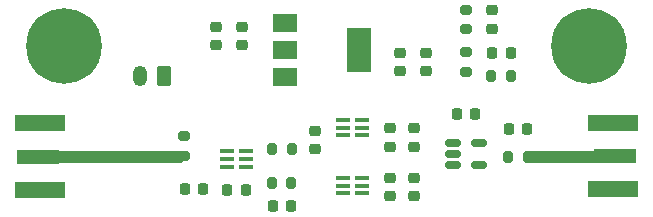
<source format=gbr>
%TF.GenerationSoftware,KiCad,Pcbnew,7.0.1*%
%TF.CreationDate,2023-04-02T01:44:29+02:00*%
%TF.ProjectId,OpenSPS_PCB,4f70656e-5350-4535-9f50-43422e6b6963,rev?*%
%TF.SameCoordinates,Original*%
%TF.FileFunction,Soldermask,Top*%
%TF.FilePolarity,Negative*%
%FSLAX46Y46*%
G04 Gerber Fmt 4.6, Leading zero omitted, Abs format (unit mm)*
G04 Created by KiCad (PCBNEW 7.0.1) date 2023-04-02 01:44:29*
%MOMM*%
%LPD*%
G01*
G04 APERTURE LIST*
G04 Aperture macros list*
%AMRoundRect*
0 Rectangle with rounded corners*
0 $1 Rounding radius*
0 $2 $3 $4 $5 $6 $7 $8 $9 X,Y pos of 4 corners*
0 Add a 4 corners polygon primitive as box body*
4,1,4,$2,$3,$4,$5,$6,$7,$8,$9,$2,$3,0*
0 Add four circle primitives for the rounded corners*
1,1,$1+$1,$2,$3*
1,1,$1+$1,$4,$5*
1,1,$1+$1,$6,$7*
1,1,$1+$1,$8,$9*
0 Add four rect primitives between the rounded corners*
20,1,$1+$1,$2,$3,$4,$5,0*
20,1,$1+$1,$4,$5,$6,$7,0*
20,1,$1+$1,$6,$7,$8,$9,0*
20,1,$1+$1,$8,$9,$2,$3,0*%
G04 Aperture macros list end*
%ADD10RoundRect,0.200000X0.275000X-0.200000X0.275000X0.200000X-0.275000X0.200000X-0.275000X-0.200000X0*%
%ADD11RoundRect,0.200000X-0.200000X-0.275000X0.200000X-0.275000X0.200000X0.275000X-0.200000X0.275000X0*%
%ADD12C,6.400000*%
%ADD13RoundRect,0.225000X0.250000X-0.225000X0.250000X0.225000X-0.250000X0.225000X-0.250000X-0.225000X0*%
%ADD14RoundRect,0.250000X0.350000X0.625000X-0.350000X0.625000X-0.350000X-0.625000X0.350000X-0.625000X0*%
%ADD15O,1.200000X1.750000*%
%ADD16RoundRect,0.218750X0.218750X0.256250X-0.218750X0.256250X-0.218750X-0.256250X0.218750X-0.256250X0*%
%ADD17R,1.200000X0.399999*%
%ADD18R,2.000000X1.500000*%
%ADD19R,2.000000X3.800000*%
%ADD20RoundRect,0.225000X0.225000X0.250000X-0.225000X0.250000X-0.225000X-0.250000X0.225000X-0.250000X0*%
%ADD21RoundRect,0.225000X-0.225000X-0.250000X0.225000X-0.250000X0.225000X0.250000X-0.225000X0.250000X0*%
%ADD22R,3.600000X1.270000*%
%ADD23R,4.200000X1.350000*%
%ADD24RoundRect,0.150000X-0.512500X-0.150000X0.512500X-0.150000X0.512500X0.150000X-0.512500X0.150000X0*%
%ADD25RoundRect,0.225000X-0.250000X0.225000X-0.250000X-0.225000X0.250000X-0.225000X0.250000X0.225000X0*%
%ADD26RoundRect,0.200000X0.200000X0.275000X-0.200000X0.275000X-0.200000X-0.275000X0.200000X-0.275000X0*%
G04 APERTURE END LIST*
D10*
%TO.C,R6*%
X143000000Y-100600000D03*
X143000000Y-98950000D03*
%TD*%
D11*
%TO.C,R2*%
X126600000Y-110750000D03*
X128250000Y-110750000D03*
%TD*%
D12*
%TO.C,H2*%
X153400000Y-102000000D03*
%TD*%
D13*
%TO.C,C10*%
X137400000Y-104150000D03*
X137400000Y-102600000D03*
%TD*%
D14*
%TO.C,VCC/GND*%
X117400000Y-104600000D03*
D15*
X115400000Y-104600000D03*
%TD*%
D16*
%TO.C,D1*%
X146775000Y-102600000D03*
X145200000Y-102600000D03*
%TD*%
D17*
%TO.C,U4*%
X132600000Y-113200000D03*
X132600000Y-113850000D03*
X132600000Y-114500000D03*
X134199999Y-114500000D03*
X134199999Y-113850000D03*
X134199999Y-113200000D03*
%TD*%
D13*
%TO.C,C6*%
X121800000Y-101950000D03*
X121800000Y-100400000D03*
%TD*%
%TO.C,C4*%
X124000000Y-101975000D03*
X124000000Y-100425000D03*
%TD*%
D18*
%TO.C,U2*%
X127650000Y-100075000D03*
X127650000Y-102375000D03*
D19*
X133950000Y-102375000D03*
D18*
X127650000Y-104675000D03*
%TD*%
D20*
%TO.C,C11*%
X143775000Y-107800000D03*
X142225000Y-107800000D03*
%TD*%
D13*
%TO.C,C15*%
X145200000Y-100575000D03*
X145200000Y-99025000D03*
%TD*%
%TO.C,C7*%
X138600000Y-114775000D03*
X138600000Y-113225000D03*
%TD*%
D20*
%TO.C,C14*%
X128175000Y-115600000D03*
X126625000Y-115600000D03*
%TD*%
D11*
%TO.C,R3*%
X126575000Y-113600000D03*
X128225000Y-113600000D03*
%TD*%
D21*
%TO.C,C2*%
X122800000Y-114200000D03*
X124350000Y-114200000D03*
%TD*%
D22*
%TO.C,Ref in*%
X106762500Y-111400000D03*
D23*
X106962500Y-108575000D03*
X106962500Y-114225000D03*
%TD*%
D22*
%TO.C,Laser out*%
X155612500Y-111350000D03*
D23*
X155412500Y-114175000D03*
X155412500Y-108525000D03*
%TD*%
D13*
%TO.C,C12*%
X139600000Y-104150000D03*
X139600000Y-102600000D03*
%TD*%
D24*
%TO.C,U5*%
X141862500Y-110250000D03*
X141862500Y-111200000D03*
X141862500Y-112150000D03*
X144137500Y-112150000D03*
X144137500Y-110250000D03*
%TD*%
D25*
%TO.C,C3*%
X138600000Y-109000000D03*
X138600000Y-110550000D03*
%TD*%
D17*
%TO.C,U3*%
X132600000Y-108300000D03*
X132600000Y-108950000D03*
X132600000Y-109600000D03*
X134199999Y-109600000D03*
X134199999Y-108950000D03*
X134199999Y-108300000D03*
%TD*%
D13*
%TO.C,C13*%
X130200000Y-110775000D03*
X130200000Y-109225000D03*
%TD*%
D10*
%TO.C,R1*%
X119100000Y-111325000D03*
X119100000Y-109675000D03*
%TD*%
D11*
%TO.C,R7*%
X146575000Y-111400000D03*
X148225000Y-111400000D03*
%TD*%
D13*
%TO.C,C8*%
X136600000Y-114775000D03*
X136600000Y-113225000D03*
%TD*%
D25*
%TO.C,C5*%
X136600000Y-109000000D03*
X136600000Y-110550000D03*
%TD*%
D26*
%TO.C,R4*%
X146800000Y-104600000D03*
X145150000Y-104600000D03*
%TD*%
D17*
%TO.C,U1*%
X124400001Y-112250001D03*
X124400001Y-111600001D03*
X124400001Y-110950001D03*
X122800002Y-110950001D03*
X122800002Y-111600001D03*
X122800002Y-112250001D03*
%TD*%
D21*
%TO.C,C9*%
X146625000Y-109100000D03*
X148175000Y-109100000D03*
%TD*%
D10*
%TO.C,R5*%
X143000000Y-104225000D03*
X143000000Y-102575000D03*
%TD*%
D20*
%TO.C,C1*%
X120775000Y-114175000D03*
X119225000Y-114175000D03*
%TD*%
D12*
%TO.C,H1*%
X109000000Y-102000000D03*
%TD*%
G36*
X118988000Y-110916613D02*
G01*
X119033387Y-110962000D01*
X119050000Y-111024000D01*
X119050000Y-111776000D01*
X119033387Y-111838000D01*
X118988000Y-111883387D01*
X118926000Y-111900000D01*
X108574000Y-111900000D01*
X108512000Y-111883387D01*
X108466613Y-111838000D01*
X108450000Y-111776000D01*
X108450000Y-111024000D01*
X108466613Y-110962000D01*
X108512000Y-110916613D01*
X108574000Y-110900000D01*
X118926000Y-110900000D01*
X118988000Y-110916613D01*
G37*
G36*
X153938000Y-110916613D02*
G01*
X153983387Y-110962000D01*
X154000000Y-111024000D01*
X154000000Y-111776000D01*
X153983387Y-111838000D01*
X153938000Y-111883387D01*
X153876000Y-111900000D01*
X148524000Y-111900000D01*
X148462000Y-111883387D01*
X148416613Y-111838000D01*
X148400000Y-111776000D01*
X148400000Y-111024000D01*
X148416613Y-110962000D01*
X148462000Y-110916613D01*
X148524000Y-110900000D01*
X153876000Y-110900000D01*
X153938000Y-110916613D01*
G37*
M02*

</source>
